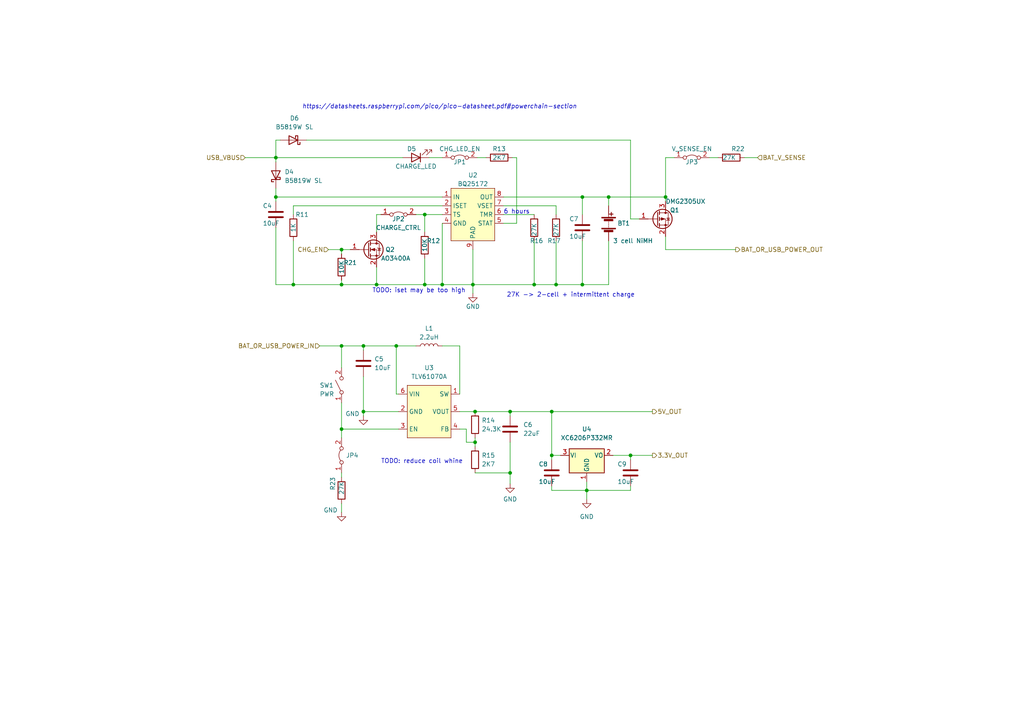
<source format=kicad_sch>
(kicad_sch (version 20211123) (generator eeschema)
  (paper "A4")
  (lib_symbols
    (symbol "Device:Battery" (pin_numbers hide) (pin_names (offset 0) hide)
      (property "Reference" "BT" (at 2.54 2.54 0))
      (property "Value" "Battery" (at 2.54 0 0))
      (symbol "Battery_0_1"
        (rectangle (start -2.032 -1.397) (end 2.032 -1.651) (fill (type outline)))
        (rectangle (start -2.032 1.778) (end 2.032 1.524) (fill (type outline)))
        (rectangle (start -1.3208 -1.9812) (end 1.27 -2.4892) (fill (type outline)))
        (rectangle (start -1.3208 1.1938) (end 1.27 0.6858) (fill (type outline)))
        (polyline (pts (xy 0 -1.524) (xy 0 -1.27)))
        (polyline (pts (xy 0 -1.016) (xy 0 -0.762)))
        (polyline (pts (xy 0 -0.508) (xy 0 -0.254)))
        (polyline (pts (xy 0 0) (xy 0 0.254)))
        (polyline (pts (xy 0 0.508) (xy 0 0.762)))
        (polyline (pts (xy 0 1.778) (xy 0 2.54)))
        (polyline (pts (xy 0.254 2.667) (xy 1.27 2.667)) (stroke (width 0.254)))
        (polyline (pts (xy 0.762 3.175) (xy 0.762 2.159)) (stroke (width 0.254)))
      )
      (symbol "Battery_1_1"
        (pin passive line (at 0 5.08 270) (length 2.54) (name "+") (number "1"))
        (pin passive line (at 0 -5.08 90) (length 2.54) (name "-") (number "2"))
      )
    )
    (symbol "Device:C" (pin_numbers hide) (pin_names (offset 0.254))
      (property "Reference" "C" (at 0.635 2.54 0))
      (property "Value" "C" (at 0.635 -2.54 0))
      (symbol "C_0_1"
        (polyline (pts (xy -2.032 -0.762) (xy 2.032 -0.762)) (stroke (width 0.508)))
        (polyline (pts (xy -2.032 0.762) (xy 2.032 0.762)) (stroke (width 0.508)))
      )
      (symbol "C_1_1"
        (pin passive line (at 0 3.81 270) (length 2.794) (name "~") (number "1"))
        (pin passive line (at 0 -3.81 90) (length 2.794) (name "~") (number "2"))
      )
    )
    (symbol "Device:L" (pin_numbers hide) (pin_names (offset 1.016) hide)
      (property "Reference" "L" (at -1.27 0 90))
      (property "Value" "L" (at 1.905 0 90))
      (symbol "L_0_1"
        (arc (start 0 -2.54) (mid 0.635 -1.905) (end 0 -1.27))
        (arc (start 0 -1.27) (mid 0.635 -0.635) (end 0 0))
        (arc (start 0 0) (mid 0.635 0.635) (end 0 1.27))
        (arc (start 0 1.27) (mid 0.635 1.905) (end 0 2.54))
      )
      (symbol "L_1_1"
        (pin passive line (at 0 3.81 270) (length 1.27) (name "1") (number "1"))
        (pin passive line (at 0 -3.81 90) (length 1.27) (name "2") (number "2"))
      )
    )
    (symbol "Device:LED" (pin_numbers hide) (pin_names (offset 1.016) hide)
      (property "Reference" "D" (at 0 2.54 0))
      (property "Value" "LED" (at 0 -2.54 0))
      (symbol "LED_0_1"
        (polyline (pts (xy -1.27 -1.27) (xy -1.27 1.27)) (stroke (width 0.254)))
        (polyline (pts (xy -1.27 0) (xy 1.27 0)))
        (polyline (pts (xy 1.27 -1.27) (xy 1.27 1.27) (xy -1.27 0) (xy 1.27 -1.27)) (stroke (width 0.254)))
        (polyline (pts (xy -3.048 -0.762) (xy -4.572 -2.286) (xy -3.81 -2.286) (xy -4.572 -2.286) (xy -4.572 -1.524)))
        (polyline (pts (xy -1.778 -0.762) (xy -3.302 -2.286) (xy -2.54 -2.286) (xy -3.302 -2.286) (xy -3.302 -1.524)))
      )
      (symbol "LED_1_1"
        (pin passive line (at -3.81 0 0) (length 2.54) (name "K") (number "1"))
        (pin passive line (at 3.81 0 180) (length 2.54) (name "A") (number "2"))
      )
    )
    (symbol "Device:R" (pin_numbers hide) (pin_names (offset 0))
      (property "Reference" "R" (at 2.032 0 90))
      (property "Value" "R" (at 0 0 90))
      (symbol "R_0_1"
        (rectangle (start -1.016 -2.54) (end 1.016 2.54) (stroke (width 0.254)))
      )
      (symbol "R_1_1"
        (pin passive line (at 0 3.81 270) (length 1.27) (name "~") (number "1"))
        (pin passive line (at 0 -3.81 90) (length 1.27) (name "~") (number "2"))
      )
    )
    (symbol "Diode:1N5819" (pin_numbers hide) (pin_names (offset 1.016) hide)
      (property "Reference" "D" (at 0 2.54 0))
      (property "Value" "1N5819" (at 0 -2.54 0))
      (symbol "1N5819_0_1"
        (polyline (pts (xy 1.27 0) (xy -1.27 0)))
        (polyline (pts (xy 1.27 1.27) (xy 1.27 -1.27) (xy -1.27 0) (xy 1.27 1.27)) (stroke (width 0.254)))
        (polyline (pts (xy -1.905 0.635) (xy -1.905 1.27) (xy -1.27 1.27) (xy -1.27 -1.27) (xy -0.635 -1.27) (xy -0.635 -0.635)) (stroke (width 0.254)))
      )
      (symbol "1N5819_1_1"
        (pin passive line (at -3.81 0 0) (length 2.54) (name "K") (number "1"))
        (pin passive line (at 3.81 0 180) (length 2.54) (name "A") (number "2"))
      )
    )
    (symbol "Jumper:Jumper_2_Bridged" (pin_names (offset 0) hide)
      (property "Reference" "JP" (at 0 1.905 0))
      (property "Value" "Jumper_2_Bridged" (at 0 -2.54 0))
      (symbol "Jumper_2_Bridged_0_0"
        (circle (center -2.032 0) (radius 0.508))
        (circle (center 2.032 0) (radius 0.508))
      )
      (symbol "Jumper_2_Bridged_0_1"
        (arc (start 1.524 0.254) (mid 0 0.762) (end -1.524 0.254))
      )
      (symbol "Jumper_2_Bridged_1_1"
        (pin passive line (at -5.08 0 0) (length 2.54) (name "A") (number "1"))
        (pin passive line (at 5.08 0 180) (length 2.54) (name "B") (number "2"))
      )
    )
    (symbol "Regulator_Linear:XC6206PxxxMR" (pin_names (offset 0.254))
      (property "Reference" "U" (at -3.81 3.175 0))
      (property "Value" "XC6206PxxxMR" (at 0 3.175 0))
      (symbol "XC6206PxxxMR_0_1"
        (rectangle (start -5.08 1.905) (end 5.08 -5.08) (stroke (width 0.254)) (fill (type background)))
      )
      (symbol "XC6206PxxxMR_1_1"
        (pin power_in line (at 0 -7.62 90) (length 2.54) (name "GND") (number "1"))
        (pin power_out line (at 7.62 0 180) (length 2.54) (name "VO") (number "2"))
        (pin power_in line (at -7.62 0 0) (length 2.54) (name "VI") (number "3"))
      )
    )
    (symbol "Switch:SW_SPST" (pin_names (offset 0) hide)
      (property "Reference" "SW" (at 0 3.175 0))
      (property "Value" "SW_SPST" (at 0 -2.54 0))
      (symbol "SW_SPST_0_0"
        (circle (center -2.032 0) (radius 0.508))
        (polyline (pts (xy -1.524 0.254) (xy 1.524 1.778)))
        (circle (center 2.032 0) (radius 0.508))
      )
      (symbol "SW_SPST_1_1"
        (pin passive line (at -5.08 0 0) (length 2.54) (name "A") (number "1"))
        (pin passive line (at 5.08 0 180) (length 2.54) (name "B") (number "2"))
      )
    )
    (symbol "Transistor_FET:AO3400A" (pin_names hide)
      (property "Reference" "Q" (at 5.08 1.905 0))
      (property "Value" "AO3400A" (at 5.08 0 0))
      (symbol "AO3400A_0_1"
        (polyline (pts (xy 0.254 0) (xy -2.54 0)))
        (polyline (pts (xy 0.254 1.905) (xy 0.254 -1.905)) (stroke (width 0.254)))
        (polyline (pts (xy 0.762 -1.27) (xy 0.762 -2.286)) (stroke (width 0.254)))
        (polyline (pts (xy 0.762 0.508) (xy 0.762 -0.508)) (stroke (width 0.254)))
        (polyline (pts (xy 0.762 2.286) (xy 0.762 1.27)) (stroke (width 0.254)))
        (polyline (pts (xy 2.54 2.54) (xy 2.54 1.778)))
        (polyline (pts (xy 2.54 -2.54) (xy 2.54 0) (xy 0.762 0)))
        (polyline (pts (xy 0.762 -1.778) (xy 3.302 -1.778) (xy 3.302 1.778) (xy 0.762 1.778)))
        (polyline (pts (xy 1.016 0) (xy 2.032 0.381) (xy 2.032 -0.381) (xy 1.016 0)) (fill (type outline)))
        (polyline (pts (xy 2.794 0.508) (xy 2.921 0.381) (xy 3.683 0.381) (xy 3.81 0.254)))
        (polyline (pts (xy 3.302 0.381) (xy 2.921 -0.254) (xy 3.683 -0.254) (xy 3.302 0.381)))
        (circle (center 1.651 0) (radius 2.794) (stroke (width 0.254)))
        (circle (center 2.54 -1.778) (radius 0.254) (fill (type outline)))
        (circle (center 2.54 1.778) (radius 0.254) (fill (type outline)))
      )
      (symbol "AO3400A_1_1"
        (pin input line (at -5.08 0 0) (length 2.54) (name "G") (number "1"))
        (pin passive line (at 2.54 -5.08 90) (length 2.54) (name "S") (number "2"))
        (pin passive line (at 2.54 5.08 270) (length 2.54) (name "D") (number "3"))
      )
    )
    (symbol "Transistor_FET:DMG2301L" (pin_names hide)
      (property "Reference" "Q" (at 5.08 1.905 0))
      (property "Value" "DMG2301L" (at 5.08 0 0))
      (symbol "DMG2301L_0_1"
        (polyline (pts (xy 0.254 0) (xy -2.54 0)))
        (polyline (pts (xy 0.254 1.905) (xy 0.254 -1.905)) (stroke (width 0.254)))
        (polyline (pts (xy 0.762 -1.27) (xy 0.762 -2.286)) (stroke (width 0.254)))
        (polyline (pts (xy 0.762 0.508) (xy 0.762 -0.508)) (stroke (width 0.254)))
        (polyline (pts (xy 0.762 2.286) (xy 0.762 1.27)) (stroke (width 0.254)))
        (polyline (pts (xy 2.54 2.54) (xy 2.54 1.778)))
        (polyline (pts (xy 2.54 -2.54) (xy 2.54 0) (xy 0.762 0)))
        (polyline (pts (xy 0.762 1.778) (xy 3.302 1.778) (xy 3.302 -1.778) (xy 0.762 -1.778)))
        (polyline (pts (xy 2.286 0) (xy 1.27 0.381) (xy 1.27 -0.381) (xy 2.286 0)) (fill (type outline)))
        (polyline (pts (xy 2.794 -0.508) (xy 2.921 -0.381) (xy 3.683 -0.381) (xy 3.81 -0.254)))
        (polyline (pts (xy 3.302 -0.381) (xy 2.921 0.254) (xy 3.683 0.254) (xy 3.302 -0.381)))
        (circle (center 1.651 0) (radius 2.794) (stroke (width 0.254)))
        (circle (center 2.54 -1.778) (radius 0.254) (fill (type outline)))
        (circle (center 2.54 1.778) (radius 0.254) (fill (type outline)))
      )
      (symbol "DMG2301L_1_1"
        (pin input line (at -5.08 0 0) (length 2.54) (name "G") (number "1"))
        (pin passive line (at 2.54 -5.08 90) (length 2.54) (name "S") (number "2"))
        (pin passive line (at 2.54 5.08 270) (length 2.54) (name "D") (number "3"))
      )
    )
    (symbol "power:GND" (power) (pin_names (offset 0))
      (property "Value" "GND" (at 0 -3.81 0))
      (symbol "GND_0_1"
        (polyline (pts (xy 0 0) (xy 0 -1.27) (xy 1.27 -1.27) (xy 0 -2.54) (xy -1.27 -1.27) (xy 0 -1.27)))
      )
      (symbol "GND_1_1"
        (pin power_in line (at 0 0 270) (length 0) hide (name "GND") (number "1"))
      )
    )
    (symbol "project_library:BQ25172"
      (property "Reference" "U?" (at 0 10.16 0))
      (property "Value" "BQ25172" (at 0 12.7 0))
      (symbol "BQ25172_0_1"
        (rectangle (start -6.35 7.62) (end 6.35 -7.62) (fill (type background)))
      )
      (symbol "BQ25172_1_1"
        (pin input line (at -8.89 5.08 0) (length 2.54) (name "IN") (number "1"))
        (pin input line (at -8.89 2.54 0) (length 2.54) (name "ISET") (number "2"))
        (pin input line (at -8.89 0 0) (length 2.54) (name "TS") (number "3"))
        (pin input line (at -8.89 -2.54 0) (length 2.54) (name "GND") (number "4"))
        (pin input line (at 8.89 -2.54 180) (length 2.54) (name "STAT") (number "5"))
        (pin input line (at 8.89 0 180) (length 2.54) (name "TMR") (number "6"))
        (pin input line (at 8.89 2.54 180) (length 2.54) (name "VSET") (number "7"))
        (pin output line (at 8.89 5.08 180) (length 2.54) (name "OUT") (number "8"))
        (pin input line (at 0 -10.16 90) (length 2.54) (name "PAD") (number "9"))
      )
    )
    (symbol "project_library:TLV61070A"
      (property "Reference" "U" (at 0 7.62 0))
      (property "Value" "TLV61070A" (at 0 10.16 0))
      (symbol "TLV61070A_0_1"
        (rectangle (start -6.35 6.35) (end 6.35 -8.89) (fill (type background)))
      )
      (symbol "TLV61070A_1_1"
        (pin input line (at 8.89 3.81 180) (length 2.54) (name "SW") (number "1"))
        (pin power_in line (at -8.89 -1.27 0) (length 2.54) (name "GND") (number "2"))
        (pin input line (at -8.89 -6.35 0) (length 2.54) (name "EN") (number "3"))
        (pin input line (at 8.89 -6.35 180) (length 2.54) (name "FB") (number "4"))
        (pin power_out line (at 8.89 -1.27 180) (length 2.54) (name "VOUT") (number "5"))
        (pin power_in line (at -8.89 3.81 0) (length 2.54) (name "VIN") (number "6"))
      )
    )
  )
  (junction (at 105.41 100.33))
  (junction (at 193.04 57.15))
  (junction (at 123.19 62.23))
  (junction (at 137.795 119.38))
  (junction (at 176.53 57.15))
  (junction (at 99.06 82.55))
  (junction (at 168.91 82.55))
  (junction (at 137.16 82.55))
  (junction (at 114.935 100.33))
  (junction (at 105.41 119.38))
  (junction (at 80.01 45.72))
  (junction (at 160.02 119.38))
  (junction (at 99.06 100.33))
  (junction (at 85.09 82.55))
  (junction (at 182.88 132.08))
  (junction (at 128.27 82.55))
  (junction (at 147.955 119.38))
  (junction (at 109.22 82.55))
  (junction (at 123.19 82.55))
  (junction (at 99.06 124.46))
  (junction (at 99.06 72.39))
  (junction (at 170.18 142.24))
  (junction (at 161.29 82.55))
  (junction (at 147.955 137.16))
  (junction (at 80.01 57.15))
  (junction (at 160.02 132.08))
  (junction (at 168.91 57.15))
  (junction (at 154.94 82.55))
  (junction (at 137.795 128.27))
  (wire (pts (xy 137.16 82.55) (xy 137.16 85.09)))
  (wire (pts (xy 137.16 72.39) (xy 137.16 82.55)))
  (wire (pts (xy 160.02 119.38) (xy 160.02 132.08)))
  (wire (pts (xy 168.91 69.85) (xy 168.91 82.55)))
  (wire (pts (xy 99.06 124.46) (xy 99.06 127)))
  (wire (pts (xy 115.57 114.3) (xy 114.935 114.3)))
  (wire (pts (xy 154.94 82.55) (xy 137.16 82.55)))
  (wire (pts (xy 170.18 142.24) (xy 170.18 144.78)))
  (wire (pts (xy 71.12 45.72) (xy 80.01 45.72)))
  (wire (pts (xy 170.18 139.7) (xy 170.18 142.24)))
  (wire (pts (xy 161.29 69.85) (xy 161.29 82.55)))
  (wire (pts (xy 149.86 45.72) (xy 149.86 64.77)))
  (wire (pts (xy 137.795 127) (xy 137.795 128.27)))
  (wire (pts (xy 193.04 68.58) (xy 193.04 72.39)))
  (wire (pts (xy 160.02 142.24) (xy 160.02 140.97)))
  (wire (pts (xy 85.09 69.85) (xy 85.09 82.55)))
  (wire (pts (xy 80.01 40.64) (xy 81.28 40.64)))
  (wire (pts (xy 177.8 132.08) (xy 182.88 132.08)))
  (wire (pts (xy 182.88 132.08) (xy 182.88 133.35)))
  (wire (pts (xy 80.01 66.04) (xy 80.01 82.55)))
  (wire (pts (xy 80.01 45.72) (xy 80.01 46.99)))
  (wire (pts (xy 137.795 128.27) (xy 137.795 129.54)))
  (wire (pts (xy 114.935 100.33) (xy 120.65 100.33)))
  (wire (pts (xy 146.05 64.77) (xy 149.86 64.77)))
  (wire (pts (xy 105.41 100.33) (xy 105.41 101.6)))
  (wire (pts (xy 85.09 82.55) (xy 99.06 82.55)))
  (wire (pts (xy 176.53 57.15) (xy 193.04 57.15)))
  (wire (pts (xy 105.41 119.38) (xy 105.41 120.65)))
  (wire (pts (xy 99.06 138.43) (xy 99.06 137.16)))
  (wire (pts (xy 124.46 45.72) (xy 128.27 45.72)))
  (wire (pts (xy 133.35 119.38) (xy 137.795 119.38)))
  (wire (pts (xy 105.41 119.38) (xy 115.57 119.38)))
  (wire (pts (xy 80.01 45.72) (xy 116.84 45.72)))
  (wire (pts (xy 160.02 132.08) (xy 162.56 132.08)))
  (wire (pts (xy 161.29 59.69) (xy 161.29 62.23)))
  (wire (pts (xy 114.935 114.3) (xy 114.935 100.33)))
  (wire (pts (xy 140.97 45.72) (xy 138.43 45.72)))
  (wire (pts (xy 168.91 82.55) (xy 176.53 82.55)))
  (wire (pts (xy 161.29 82.55) (xy 154.94 82.55)))
  (wire (pts (xy 115.57 124.46) (xy 99.06 124.46)))
  (wire (pts (xy 146.05 59.69) (xy 161.29 59.69)))
  (wire (pts (xy 147.955 128.27) (xy 147.955 137.16)))
  (wire (pts (xy 99.06 81.28) (xy 99.06 82.55)))
  (wire (pts (xy 99.06 116.84) (xy 99.06 124.46)))
  (wire (pts (xy 80.01 57.15) (xy 128.27 57.15)))
  (wire (pts (xy 99.06 100.33) (xy 105.41 100.33)))
  (wire (pts (xy 205.74 45.72) (xy 208.28 45.72)))
  (wire (pts (xy 133.35 114.3) (xy 133.35 100.33)))
  (wire (pts (xy 135.255 124.46) (xy 135.255 128.27)))
  (wire (pts (xy 109.22 77.47) (xy 109.22 82.55)))
  (wire (pts (xy 123.19 67.31) (xy 123.19 62.23)))
  (wire (pts (xy 195.58 45.72) (xy 193.04 45.72)))
  (wire (pts (xy 193.04 57.15) (xy 193.04 58.42)))
  (wire (pts (xy 215.9 45.72) (xy 219.71 45.72)))
  (wire (pts (xy 92.71 100.33) (xy 99.06 100.33)))
  (wire (pts (xy 123.19 74.93) (xy 123.19 82.55)))
  (wire (pts (xy 109.22 62.23) (xy 109.22 67.31)))
  (wire (pts (xy 128.27 64.77) (xy 128.27 82.55)))
  (wire (pts (xy 182.88 142.24) (xy 182.88 140.97)))
  (wire (pts (xy 123.19 62.23) (xy 120.65 62.23)))
  (wire (pts (xy 154.94 69.85) (xy 154.94 82.55)))
  (wire (pts (xy 182.88 40.64) (xy 182.88 63.5)))
  (wire (pts (xy 105.41 100.33) (xy 114.935 100.33)))
  (wire (pts (xy 80.01 40.64) (xy 80.01 45.72)))
  (wire (pts (xy 193.04 45.72) (xy 193.04 57.15)))
  (wire (pts (xy 182.88 63.5) (xy 185.42 63.5)))
  (wire (pts (xy 85.09 59.69) (xy 128.27 59.69)))
  (wire (pts (xy 99.06 72.39) (xy 101.6 72.39)))
  (wire (pts (xy 168.91 57.15) (xy 176.53 57.15)))
  (wire (pts (xy 95.25 72.39) (xy 99.06 72.39)))
  (wire (pts (xy 80.01 54.61) (xy 80.01 57.15)))
  (wire (pts (xy 168.91 82.55) (xy 161.29 82.55)))
  (wire (pts (xy 99.06 146.05) (xy 99.06 148.59)))
  (wire (pts (xy 109.22 82.55) (xy 123.19 82.55)))
  (wire (pts (xy 193.04 72.39) (xy 213.36 72.39)))
  (wire (pts (xy 160.02 119.38) (xy 189.23 119.38)))
  (wire (pts (xy 85.09 62.23) (xy 85.09 59.69)))
  (wire (pts (xy 146.05 62.23) (xy 154.94 62.23)))
  (wire (pts (xy 176.53 57.15) (xy 176.53 59.69)))
  (wire (pts (xy 123.19 82.55) (xy 128.27 82.55)))
  (wire (pts (xy 137.16 82.55) (xy 128.27 82.55)))
  (wire (pts (xy 160.02 132.08) (xy 160.02 133.35)))
  (wire (pts (xy 123.19 62.23) (xy 128.27 62.23)))
  (wire (pts (xy 147.955 137.16) (xy 147.955 140.335)))
  (wire (pts (xy 80.01 57.15) (xy 80.01 58.42)))
  (wire (pts (xy 160.02 142.24) (xy 170.18 142.24)))
  (wire (pts (xy 168.91 57.15) (xy 168.91 62.23)))
  (wire (pts (xy 99.06 82.55) (xy 109.22 82.55)))
  (wire (pts (xy 182.88 132.08) (xy 189.23 132.08)))
  (wire (pts (xy 133.35 100.33) (xy 128.27 100.33)))
  (wire (pts (xy 146.05 57.15) (xy 168.91 57.15)))
  (wire (pts (xy 147.955 119.38) (xy 147.955 120.65)))
  (wire (pts (xy 88.9 40.64) (xy 182.88 40.64)))
  (wire (pts (xy 137.795 137.16) (xy 147.955 137.16)))
  (wire (pts (xy 80.01 82.55) (xy 85.09 82.55)))
  (wire (pts (xy 99.06 72.39) (xy 99.06 73.66)))
  (wire (pts (xy 110.49 62.23) (xy 109.22 62.23)))
  (wire (pts (xy 133.35 124.46) (xy 135.255 124.46)))
  (wire (pts (xy 148.59 45.72) (xy 149.86 45.72)))
  (wire (pts (xy 176.53 69.85) (xy 176.53 82.55)))
  (wire (pts (xy 170.18 142.24) (xy 182.88 142.24)))
  (wire (pts (xy 99.06 100.33) (xy 99.06 106.68)))
  (wire (pts (xy 137.795 119.38) (xy 147.955 119.38)))
  (wire (pts (xy 135.255 128.27) (xy 137.795 128.27)))
  (wire (pts (xy 147.955 119.38) (xy 160.02 119.38)))
  (wire (pts (xy 105.41 109.22) (xy 105.41 119.38)))
  (text "TODO: iset may be too high\n" (at 107.95 85.09 0) (effects (font (size 1.27 1.27)) (justify left bottom)))
  (text "TODO: reduce coil whine" (at 110.49 134.62 0) (effects (font (size 1.27 1.27)) (justify left bottom)))
  (text "27K -> 2-cell + intermittent charge\n" (at 184.15 86.36 180) (effects (font (size 1.27 1.27)) (justify right bottom)))
  (text "https://datasheets.raspberrypi.com/pico/pico-datasheet.pdf#powerchain-section" (at 87.63 31.75 0) (effects (font (size 1.27 1.27) italic) (justify left bottom)))
  (text "6 hours\n" (at 146.05 62.23 0) (effects (font (size 1.27 1.27)) (justify left bottom)))
  (hierarchical_label "CHG_EN" (shape input) (at 95.25 72.39 180))
  (hierarchical_label "3.3V_OUT" (shape output) (at 189.23 132.08 0))
  (hierarchical_label "5V_OUT" (shape output) (at 189.23 119.38 0))
  (hierarchical_label "USB_VBUS" (shape input) (at 71.12 45.72 180))
  (hierarchical_label "BAT_OR_USB_POWER_OUT" (shape output) (at 213.36 72.39 0))
  (hierarchical_label "BAT_V_SENSE" (shape input) (at 219.71 45.72 0))
  (hierarchical_label "BAT_OR_USB_POWER_IN" (shape input) (at 92.71 100.33 180))
  (symbol (lib_id "Device:C") (at 182.88 137.16 0) (unit 1)
    (property "Reference" "C9" (at 179.07 134.62 0) (effects (justify left)))
    (property "Value" "10uF" (at 179.07 139.7 0) (effects (justify left)))
    (property "Footprint" "Capacitor_SMD:C_0603_1608Metric" (effects hide))
    (property "Vendor" "C19702" (effects hide))
  )
  (symbol (lib_id "Jumper:Jumper_2_Bridged") (at 99.06 132.08 90) (unit 1)
    (property "Reference" "JP4" (at 100.33 132.08 90) (effects (justify right)))
    (property "Value" "Jumper_2_Bridged" (effects hide))
    (property "Footprint" "Jumper:SolderJumper-2_P1.3mm_Bridged_RoundedPad1.0x1.5mm" (effects hide))
  )
  (symbol (lib_id "Device:C") (at 105.41 105.41 0) (unit 1)
    (property "Reference" "C5" (at 108.585 104.1399 0) (effects (justify left)))
    (property "Value" "10uF" (at 108.585 106.6799 0) (effects (justify left)))
    (property "Footprint" "Capacitor_SMD:C_0603_1608Metric" (effects hide))
    (property "Vendor" "C19702" (effects hide))
  )
  (symbol (lib_id "Regulator_Linear:XC6206PxxxMR") (at 170.18 132.08 0) (unit 1)
    (property "Reference" "U4" (at 170.18 124.46 0))
    (property "Value" "XC6206P332MR" (at 170.18 127 0))
    (property "Footprint" "Package_TO_SOT_SMD:SOT-23-3" (effects hide))
    (property "Datasheet" "https://www.torexsemi.com/file/xc6206/XC6206.pdf" (effects hide))
    (property "Vendor" "C5446" (effects hide))
  )
  (symbol (lib_id "Transistor_FET:DMG2301L") (at 190.5 63.5 0) (unit 1)
    (property "Reference" "Q1" (at 194.31 60.96 0) (effects (justify left)))
    (property "Value" "DMG2305UX" (at 193.04 58.42 0) (effects (justify left)))
    (property "Footprint" "Package_TO_SOT_SMD:SOT-23" (effects hide))
    (property "Datasheet" "https://www.diodes.com/assets/Datasheets/DMG2305UX.pdf" (effects hide))
    (property "Vendor" "C2940629" (effects hide))
  )
  (symbol (lib_id "Device:R") (at 161.29 66.04 0) (unit 1)
    (property "Reference" "R17" (at 158.75 69.85 0) (effects (justify left)))
    (property "Value" "27K" (at 161.29 68.58 90) (effects (justify left)))
    (property "Footprint" "Resistor_SMD:R_0603_1608Metric" (effects hide))
    (property "Vendor" "C22967" (effects hide))
  )
  (symbol (lib_id "Device:R") (at 137.795 133.35 0) (unit 1)
    (property "Reference" "R15" (at 139.7 132.0799 0) (effects (justify left)))
    (property "Value" "2K7" (at 139.7 134.6199 0) (effects (justify left)))
    (property "Footprint" "Resistor_SMD:R_0603_1608Metric" (effects hide))
    (property "Vendor" "C13167" (effects hide))
  )
  (symbol (lib_id "power:GND") (at 137.16 85.09 0) (unit 1)
    (property "Reference" "#PWR0104" (effects hide))
    (property "Value" "GND" (at 137.16 88.9 0))
  )
  (symbol (lib_id "Device:LED") (at 120.65 45.72 180) (unit 1)
    (property "Reference" "D5" (at 119.38 43.18 0))
    (property "Value" "CHARGE_LED" (at 120.65 48.26 0))
    (property "Footprint" "LED_SMD:LED_0805_2012Metric" (effects hide))
    (property "Vendor" "C84256" (effects hide))
  )
  (symbol (lib_id "power:GND") (at 99.06 148.59 0) (unit 1)
    (property "Reference" "#PWR011" (effects hide))
    (property "Value" "GND" (at 95.885 147.955 0))
  )
  (symbol (lib_id "Device:R") (at 144.78 45.72 90) (unit 1)
    (property "Reference" "R13" (at 144.78 43.18 90))
    (property "Value" "2K7" (at 144.78 45.72 90))
    (property "Footprint" "Resistor_SMD:R_0603_1608Metric" (effects hide))
    (property "Vendor" "C13167" (effects hide))
  )
  (symbol (lib_id "power:GND") (at 147.955 140.335 0) (unit 1)
    (property "Reference" "#PWR0103" (effects hide))
    (property "Value" "GND" (at 147.955 144.78 0))
  )
  (symbol (lib_id "Jumper:Jumper_2_Bridged") (at 115.57 62.23 0) (unit 1)
    (property "Reference" "JP2" (at 115.57 63.5 0))
    (property "Value" "CHARGE_CTRL" (at 115.57 66.04 0))
    (property "Footprint" "Jumper:SolderJumper-2_P1.3mm_Bridged_RoundedPad1.0x1.5mm" (effects hide))
  )
  (symbol (lib_id "Device:R") (at 99.06 77.47 180) (unit 1)
    (property "Reference" "R21" (at 101.6 76.2 0))
    (property "Value" "10K" (at 99.06 77.47 90))
    (property "Footprint" "Resistor_SMD:R_0603_1608Metric" (effects hide))
    (property "Vendor" "C25804" (effects hide))
  )
  (symbol (lib_id "Device:C") (at 168.91 66.04 0) (unit 1)
    (property "Reference" "C7" (at 165.1 63.5 0) (effects (justify left)))
    (property "Value" "10uF" (at 165.1 68.58 0) (effects (justify left)))
    (property "Footprint" "Capacitor_SMD:C_0603_1608Metric" (effects hide))
    (property "Vendor" "C19702" (effects hide))
  )
  (symbol (lib_id "Jumper:Jumper_2_Bridged") (at 133.35 45.72 0) (unit 1)
    (property "Reference" "JP1" (at 133.35 46.99 0))
    (property "Value" "CHG_LED_EN" (at 133.35 43.18 0))
    (property "Footprint" "Jumper:SolderJumper-2_P1.3mm_Bridged_RoundedPad1.0x1.5mm" (effects hide))
  )
  (symbol (lib_id "Device:R") (at 123.19 71.12 180) (unit 1)
    (property "Reference" "R12" (at 125.73 69.85 0))
    (property "Value" "10K" (at 123.19 71.12 90))
    (property "Footprint" "Resistor_SMD:R_0603_1608Metric" (effects hide))
    (property "Vendor" "C25804" (effects hide))
  )
  (symbol (lib_id "Device:L") (at 124.46 100.33 90) (unit 1)
    (property "Reference" "L1" (at 124.46 95.25 90))
    (property "Value" "2.2uH" (at 124.46 97.79 90))
    (property "Footprint" "Inductor_SMD:L_Sunlord_MWSA05xxS" (effects hide))
    (property "Vendor" "C408408" (effects hide))
  )
  (symbol (lib_id "Switch:SW_SPST") (at 99.06 111.76 90) (unit 1)
    (property "Reference" "SW1" (at 92.71 111.76 90) (effects (justify right)))
    (property "Value" "PWR" (at 92.71 114.3 90) (effects (justify right)))
    (property "Footprint" "Button_Switch_THT:SW_E-Switch_EG1224_SPDT_Angled" (effects hide))
  )
  (symbol (lib_id "power:GND") (at 105.41 120.65 0) (unit 1)
    (property "Reference" "#PWR0105" (effects hide))
    (property "Value" "GND" (at 102.235 120.015 0))
  )
  (symbol (lib_id "project_library:TLV61070A") (at 124.46 118.11 0) (unit 1)
    (property "Reference" "U3" (at 124.46 106.68 0))
    (property "Value" "TLV61070A" (at 124.46 109.22 0))
    (property "Footprint" "Package_SO:TSOP-6_1.65x3.05mm_P0.95mm" (effects hide))
    (property "Datasheet" "https://www.ti.com/product/TLV61070A" (effects hide))
    (property "Vendor" "C6881375" (effects hide))
  )
  (symbol (lib_id "Device:R") (at 212.09 45.72 270) (unit 1)
    (property "Reference" "R22" (at 212.09 43.18 90) (effects (justify left)))
    (property "Value" "27K" (at 209.55 45.72 90) (effects (justify left)))
    (property "Footprint" "Resistor_SMD:R_0603_1608Metric" (effects hide))
    (property "Vendor" "C22967" (effects hide))
  )
  (symbol (lib_id "Device:R") (at 99.06 142.24 0) (unit 1)
    (property "Reference" "R23" (at 96.52 142.24 90) (effects (justify left)))
    (property "Value" "27K" (at 99.06 143.51 90) (effects (justify left)))
    (property "Footprint" "Resistor_SMD:R_0603_1608Metric" (effects hide))
    (property "Vendor" "C22967" (effects hide))
  )
  (symbol (lib_id "power:GND") (at 170.18 144.78 0) (unit 1)
    (property "Reference" "#PWR0102" (effects hide))
    (property "Value" "GND" (at 170.18 149.86 0))
  )
  (symbol (lib_id "Device:Battery") (at 176.53 64.77 0) (unit 1)
    (property "Reference" "BT1" (at 179.07 64.77 0) (effects (justify left)))
    (property "Value" "3 cell NiMH" (at 177.8 69.85 0) (effects (justify left)))
    (property "Footprint" "Battery:BatteryHolder_Keystone_2462_2xAA" (effects hide))
  )
  (symbol (lib_id "Device:C") (at 160.02 137.16 0) (unit 1)
    (property "Reference" "C8" (at 156.21 134.62 0) (effects (justify left)))
    (property "Value" "10uF" (at 156.21 139.7 0) (effects (justify left)))
    (property "Footprint" "Capacitor_SMD:C_0603_1608Metric" (effects hide))
    (property "Vendor" "C19702" (effects hide))
  )
  (symbol (lib_id "Jumper:Jumper_2_Bridged") (at 200.66 45.72 0) (unit 1)
    (property "Reference" "JP3" (at 200.66 46.99 0))
    (property "Value" "V_SENSE_EN" (at 200.66 43.18 0))
    (property "Footprint" "Jumper:SolderJumper-2_P1.3mm_Bridged_RoundedPad1.0x1.5mm" (effects hide))
  )
  (symbol (lib_id "Diode:1N5819") (at 85.09 40.64 180) (unit 1)
    (property "Reference" "D6" (at 85.4075 34.29 0))
    (property "Value" "B5819W SL" (at 85.4075 36.83 0))
    (property "Footprint" "Diode_SMD:D_SOD-123" (effects hide))
    (property "Vendor" "C8598" (effects hide))
  )
  (symbol (lib_id "Diode:1N5819") (at 80.01 50.8 90) (unit 1)
    (property "Reference" "D4" (at 82.55 49.8474 90) (effects (justify right)))
    (property "Value" "B5819W SL" (at 82.55 52.3874 90) (effects (justify right)))
    (property "Footprint" "Diode_SMD:D_SOD-123" (effects hide))
    (property "Vendor" "C8598" (effects hide))
  )
  (symbol (lib_id "Device:R") (at 154.94 66.04 0) (unit 1)
    (property "Reference" "R16" (at 153.67 69.85 0) (effects (justify left)))
    (property "Value" "27K" (at 154.94 68.58 90) (effects (justify left)))
    (property "Footprint" "Resistor_SMD:R_0603_1608Metric" (effects hide))
    (property "Vendor" "C22967" (effects hide))
  )
  (symbol (lib_id "Device:R") (at 137.795 123.19 0) (unit 1)
    (property "Reference" "R14" (at 139.7 121.92 0) (effects (justify left)))
    (property "Value" "24.3K" (at 139.7 124.46 0) (effects (justify left)))
    (property "Footprint" "Resistor_SMD:R_0805_2012Metric" (effects hide))
    (property "Vendor" "C204336" (effects hide))
  )
  (symbol (lib_id "Transistor_FET:AO3400A") (at 106.68 72.39 0) (unit 1)
    (property "Reference" "Q2" (at 111.76 72.39 0) (effects (justify left)))
    (property "Value" "AO3400A" (at 110.49 74.93 0) (effects (justify left)))
    (property "Footprint" "Package_TO_SOT_SMD:SOT-23" (effects hide))
    (property "Datasheet" "http://www.aosmd.com/pdfs/datasheet/AO3400A.pdf" (effects hide))
    (property "Vendor" "C20917" (effects hide))
  )
  (symbol (lib_id "Device:R") (at 85.09 66.04 180) (unit 1)
    (property "Reference" "R11" (at 87.63 62.23 0))
    (property "Value" "1K" (at 85.09 66.04 90))
    (property "Footprint" "Resistor_SMD:R_0603_1608Metric" (effects hide))
    (property "Vendor" "C21190" (effects hide))
  )
  (symbol (lib_id "Device:C") (at 80.01 62.23 0) (unit 1)
    (property "Reference" "C4" (at 76.2 59.69 0) (effects (justify left)))
    (property "Value" "10uF" (at 76.2 64.77 0) (effects (justify left)))
    (property "Footprint" "Capacitor_SMD:C_0603_1608Metric" (effects hide))
    (property "Vendor" "C19702" (effects hide))
  )
  (symbol (lib_id "Device:C") (at 147.955 124.46 0) (unit 1)
    (property "Reference" "C6" (at 151.765 123.1899 0) (effects (justify left)))
    (property "Value" "22uF" (at 151.765 125.7299 0) (effects (justify left)))
    (property "Footprint" "Capacitor_SMD:C_0603_1608Metric" (effects hide))
    (property "Vendor" "C59461" (effects hide))
  )
  (symbol (lib_id "project_library:BQ25172") (at 137.16 62.23 0) (unit 1)
    (property "Reference" "U2" (at 137.16 50.8 0))
    (property "Value" "BQ25172" (at 137.16 53.34 0))
    (property "Footprint" "Package_SON:WSON-8-1EP_2x2mm_P0.5mm_EP0.9x1.6mm" (effects hide))
    (property "Datasheet" "https://www.ti.com/lit/ds/symlink/bq25172.pdf?ts=1709683376674" (effects hide))
    (property "Vendor" "C5189434" (effects hide))
  )
)
</source>
